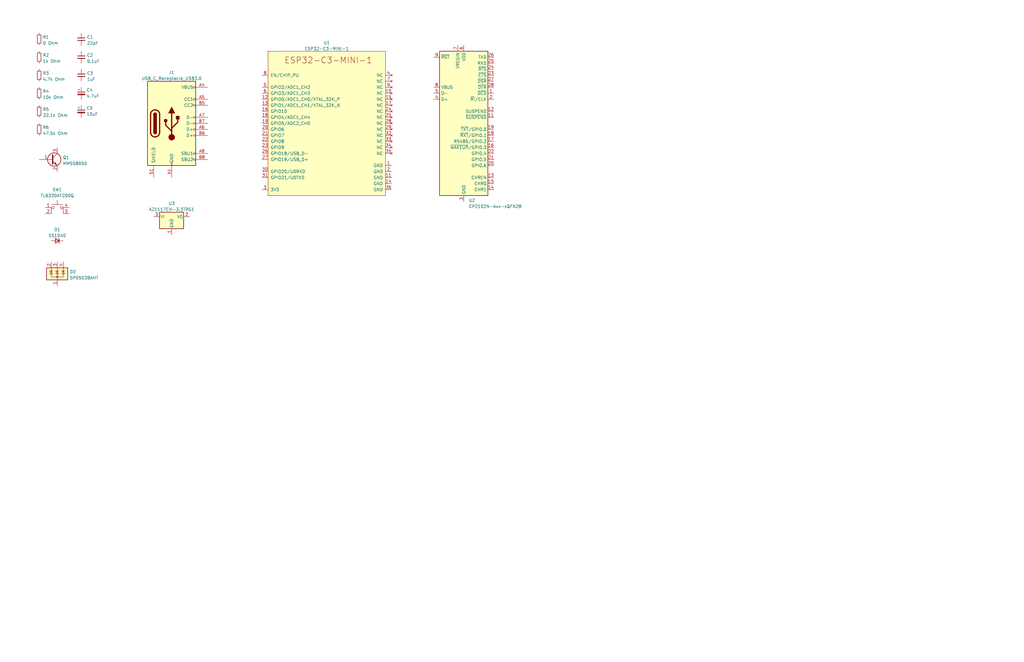
<source format=kicad_sch>
(kicad_sch (version 20211123) (generator eeschema)

  (uuid 8860ec13-bd84-49b6-a5f2-a075e9b54d0e)

  (paper "B")

  (lib_symbols
    (symbol "Connector:USB_C_Receptacle_USB2.0" (pin_names (offset 1.016)) (in_bom yes) (on_board yes)
      (property "Reference" "J" (id 0) (at -10.16 19.05 0)
        (effects (font (size 1.27 1.27)) (justify left))
      )
      (property "Value" "USB_C_Receptacle_USB2.0" (id 1) (at 19.05 19.05 0)
        (effects (font (size 1.27 1.27)) (justify right))
      )
      (property "Footprint" "" (id 2) (at 3.81 0 0)
        (effects (font (size 1.27 1.27)) hide)
      )
      (property "Datasheet" "https://www.usb.org/sites/default/files/documents/usb_type-c.zip" (id 3) (at 3.81 0 0)
        (effects (font (size 1.27 1.27)) hide)
      )
      (property "ki_keywords" "usb universal serial bus type-C USB2.0" (id 4) (at 0 0 0)
        (effects (font (size 1.27 1.27)) hide)
      )
      (property "ki_description" "USB 2.0-only Type-C Receptacle connector" (id 5) (at 0 0 0)
        (effects (font (size 1.27 1.27)) hide)
      )
      (property "ki_fp_filters" "USB*C*Receptacle*" (id 6) (at 0 0 0)
        (effects (font (size 1.27 1.27)) hide)
      )
      (symbol "USB_C_Receptacle_USB2.0_0_0"
        (rectangle (start -0.254 -17.78) (end 0.254 -16.764)
          (stroke (width 0) (type default) (color 0 0 0 0))
          (fill (type none))
        )
        (rectangle (start 10.16 -14.986) (end 9.144 -15.494)
          (stroke (width 0) (type default) (color 0 0 0 0))
          (fill (type none))
        )
        (rectangle (start 10.16 -12.446) (end 9.144 -12.954)
          (stroke (width 0) (type default) (color 0 0 0 0))
          (fill (type none))
        )
        (rectangle (start 10.16 -4.826) (end 9.144 -5.334)
          (stroke (width 0) (type default) (color 0 0 0 0))
          (fill (type none))
        )
        (rectangle (start 10.16 -2.286) (end 9.144 -2.794)
          (stroke (width 0) (type default) (color 0 0 0 0))
          (fill (type none))
        )
        (rectangle (start 10.16 0.254) (end 9.144 -0.254)
          (stroke (width 0) (type default) (color 0 0 0 0))
          (fill (type none))
        )
        (rectangle (start 10.16 2.794) (end 9.144 2.286)
          (stroke (width 0) (type default) (color 0 0 0 0))
          (fill (type none))
        )
        (rectangle (start 10.16 7.874) (end 9.144 7.366)
          (stroke (width 0) (type default) (color 0 0 0 0))
          (fill (type none))
        )
        (rectangle (start 10.16 10.414) (end 9.144 9.906)
          (stroke (width 0) (type default) (color 0 0 0 0))
          (fill (type none))
        )
        (rectangle (start 10.16 15.494) (end 9.144 14.986)
          (stroke (width 0) (type default) (color 0 0 0 0))
          (fill (type none))
        )
      )
      (symbol "USB_C_Receptacle_USB2.0_0_1"
        (rectangle (start -10.16 17.78) (end 10.16 -17.78)
          (stroke (width 0.254) (type default) (color 0 0 0 0))
          (fill (type background))
        )
        (arc (start -8.89 -3.81) (mid -6.985 -5.715) (end -5.08 -3.81)
          (stroke (width 0.508) (type default) (color 0 0 0 0))
          (fill (type none))
        )
        (arc (start -7.62 -3.81) (mid -6.985 -4.445) (end -6.35 -3.81)
          (stroke (width 0.254) (type default) (color 0 0 0 0))
          (fill (type none))
        )
        (arc (start -7.62 -3.81) (mid -6.985 -4.445) (end -6.35 -3.81)
          (stroke (width 0.254) (type default) (color 0 0 0 0))
          (fill (type outline))
        )
        (rectangle (start -7.62 -3.81) (end -6.35 3.81)
          (stroke (width 0.254) (type default) (color 0 0 0 0))
          (fill (type outline))
        )
        (arc (start -6.35 3.81) (mid -6.985 4.445) (end -7.62 3.81)
          (stroke (width 0.254) (type default) (color 0 0 0 0))
          (fill (type none))
        )
        (arc (start -6.35 3.81) (mid -6.985 4.445) (end -7.62 3.81)
          (stroke (width 0.254) (type default) (color 0 0 0 0))
          (fill (type outline))
        )
        (arc (start -5.08 3.81) (mid -6.985 5.715) (end -8.89 3.81)
          (stroke (width 0.508) (type default) (color 0 0 0 0))
          (fill (type none))
        )
        (circle (center -2.54 1.143) (radius 0.635)
          (stroke (width 0.254) (type default) (color 0 0 0 0))
          (fill (type outline))
        )
        (circle (center 0 -5.842) (radius 1.27)
          (stroke (width 0) (type default) (color 0 0 0 0))
          (fill (type outline))
        )
        (polyline
          (pts
            (xy -8.89 -3.81)
            (xy -8.89 3.81)
          )
          (stroke (width 0.508) (type default) (color 0 0 0 0))
          (fill (type none))
        )
        (polyline
          (pts
            (xy -5.08 3.81)
            (xy -5.08 -3.81)
          )
          (stroke (width 0.508) (type default) (color 0 0 0 0))
          (fill (type none))
        )
        (polyline
          (pts
            (xy 0 -5.842)
            (xy 0 4.318)
          )
          (stroke (width 0.508) (type default) (color 0 0 0 0))
          (fill (type none))
        )
        (polyline
          (pts
            (xy 0 -3.302)
            (xy -2.54 -0.762)
            (xy -2.54 0.508)
          )
          (stroke (width 0.508) (type default) (color 0 0 0 0))
          (fill (type none))
        )
        (polyline
          (pts
            (xy 0 -2.032)
            (xy 2.54 0.508)
            (xy 2.54 1.778)
          )
          (stroke (width 0.508) (type default) (color 0 0 0 0))
          (fill (type none))
        )
        (polyline
          (pts
            (xy -1.27 4.318)
            (xy 0 6.858)
            (xy 1.27 4.318)
            (xy -1.27 4.318)
          )
          (stroke (width 0.254) (type default) (color 0 0 0 0))
          (fill (type outline))
        )
        (rectangle (start 1.905 1.778) (end 3.175 3.048)
          (stroke (width 0.254) (type default) (color 0 0 0 0))
          (fill (type outline))
        )
      )
      (symbol "USB_C_Receptacle_USB2.0_1_1"
        (pin passive line (at 0 -22.86 90) (length 5.08)
          (name "GND" (effects (font (size 1.27 1.27))))
          (number "A1" (effects (font (size 1.27 1.27))))
        )
        (pin passive line (at 0 -22.86 90) (length 5.08) hide
          (name "GND" (effects (font (size 1.27 1.27))))
          (number "A12" (effects (font (size 1.27 1.27))))
        )
        (pin passive line (at 15.24 15.24 180) (length 5.08)
          (name "VBUS" (effects (font (size 1.27 1.27))))
          (number "A4" (effects (font (size 1.27 1.27))))
        )
        (pin bidirectional line (at 15.24 10.16 180) (length 5.08)
          (name "CC1" (effects (font (size 1.27 1.27))))
          (number "A5" (effects (font (size 1.27 1.27))))
        )
        (pin bidirectional line (at 15.24 -2.54 180) (length 5.08)
          (name "D+" (effects (font (size 1.27 1.27))))
          (number "A6" (effects (font (size 1.27 1.27))))
        )
        (pin bidirectional line (at 15.24 2.54 180) (length 5.08)
          (name "D-" (effects (font (size 1.27 1.27))))
          (number "A7" (effects (font (size 1.27 1.27))))
        )
        (pin bidirectional line (at 15.24 -12.7 180) (length 5.08)
          (name "SBU1" (effects (font (size 1.27 1.27))))
          (number "A8" (effects (font (size 1.27 1.27))))
        )
        (pin passive line (at 15.24 15.24 180) (length 5.08) hide
          (name "VBUS" (effects (font (size 1.27 1.27))))
          (number "A9" (effects (font (size 1.27 1.27))))
        )
        (pin passive line (at 0 -22.86 90) (length 5.08) hide
          (name "GND" (effects (font (size 1.27 1.27))))
          (number "B1" (effects (font (size 1.27 1.27))))
        )
        (pin passive line (at 0 -22.86 90) (length 5.08) hide
          (name "GND" (effects (font (size 1.27 1.27))))
          (number "B12" (effects (font (size 1.27 1.27))))
        )
        (pin passive line (at 15.24 15.24 180) (length 5.08) hide
          (name "VBUS" (effects (font (size 1.27 1.27))))
          (number "B4" (effects (font (size 1.27 1.27))))
        )
        (pin bidirectional line (at 15.24 7.62 180) (length 5.08)
          (name "CC2" (effects (font (size 1.27 1.27))))
          (number "B5" (effects (font (size 1.27 1.27))))
        )
        (pin bidirectional line (at 15.24 -5.08 180) (length 5.08)
          (name "D+" (effects (font (size 1.27 1.27))))
          (number "B6" (effects (font (size 1.27 1.27))))
        )
        (pin bidirectional line (at 15.24 0 180) (length 5.08)
          (name "D-" (effects (font (size 1.27 1.27))))
          (number "B7" (effects (font (size 1.27 1.27))))
        )
        (pin bidirectional line (at 15.24 -15.24 180) (length 5.08)
          (name "SBU2" (effects (font (size 1.27 1.27))))
          (number "B8" (effects (font (size 1.27 1.27))))
        )
        (pin passive line (at 15.24 15.24 180) (length 5.08) hide
          (name "VBUS" (effects (font (size 1.27 1.27))))
          (number "B9" (effects (font (size 1.27 1.27))))
        )
        (pin passive line (at -7.62 -22.86 90) (length 5.08)
          (name "SHIELD" (effects (font (size 1.27 1.27))))
          (number "S1" (effects (font (size 1.27 1.27))))
        )
      )
    )
    (symbol "Device:C_Polarized_Small" (pin_numbers hide) (pin_names (offset 0.254) hide) (in_bom yes) (on_board yes)
      (property "Reference" "C" (id 0) (at 0.254 1.778 0)
        (effects (font (size 1.27 1.27)) (justify left))
      )
      (property "Value" "C_Polarized_Small" (id 1) (at 0.254 -2.032 0)
        (effects (font (size 1.27 1.27)) (justify left))
      )
      (property "Footprint" "" (id 2) (at 0 0 0)
        (effects (font (size 1.27 1.27)) hide)
      )
      (property "Datasheet" "~" (id 3) (at 0 0 0)
        (effects (font (size 1.27 1.27)) hide)
      )
      (property "ki_keywords" "cap capacitor" (id 4) (at 0 0 0)
        (effects (font (size 1.27 1.27)) hide)
      )
      (property "ki_description" "Polarized capacitor, small symbol" (id 5) (at 0 0 0)
        (effects (font (size 1.27 1.27)) hide)
      )
      (property "ki_fp_filters" "CP_*" (id 6) (at 0 0 0)
        (effects (font (size 1.27 1.27)) hide)
      )
      (symbol "C_Polarized_Small_0_1"
        (rectangle (start -1.524 -0.3048) (end 1.524 -0.6858)
          (stroke (width 0) (type default) (color 0 0 0 0))
          (fill (type outline))
        )
        (rectangle (start -1.524 0.6858) (end 1.524 0.3048)
          (stroke (width 0) (type default) (color 0 0 0 0))
          (fill (type none))
        )
        (polyline
          (pts
            (xy -1.27 1.524)
            (xy -0.762 1.524)
          )
          (stroke (width 0) (type default) (color 0 0 0 0))
          (fill (type none))
        )
        (polyline
          (pts
            (xy -1.016 1.27)
            (xy -1.016 1.778)
          )
          (stroke (width 0) (type default) (color 0 0 0 0))
          (fill (type none))
        )
      )
      (symbol "C_Polarized_Small_1_1"
        (pin passive line (at 0 2.54 270) (length 1.8542)
          (name "~" (effects (font (size 1.27 1.27))))
          (number "1" (effects (font (size 1.27 1.27))))
        )
        (pin passive line (at 0 -2.54 90) (length 1.8542)
          (name "~" (effects (font (size 1.27 1.27))))
          (number "2" (effects (font (size 1.27 1.27))))
        )
      )
    )
    (symbol "Device:C_Small" (pin_numbers hide) (pin_names (offset 0.254) hide) (in_bom yes) (on_board yes)
      (property "Reference" "C" (id 0) (at 0.254 1.778 0)
        (effects (font (size 1.27 1.27)) (justify left))
      )
      (property "Value" "C_Small" (id 1) (at 0.254 -2.032 0)
        (effects (font (size 1.27 1.27)) (justify left))
      )
      (property "Footprint" "" (id 2) (at 0 0 0)
        (effects (font (size 1.27 1.27)) hide)
      )
      (property "Datasheet" "~" (id 3) (at 0 0 0)
        (effects (font (size 1.27 1.27)) hide)
      )
      (property "ki_keywords" "capacitor cap" (id 4) (at 0 0 0)
        (effects (font (size 1.27 1.27)) hide)
      )
      (property "ki_description" "Unpolarized capacitor, small symbol" (id 5) (at 0 0 0)
        (effects (font (size 1.27 1.27)) hide)
      )
      (property "ki_fp_filters" "C_*" (id 6) (at 0 0 0)
        (effects (font (size 1.27 1.27)) hide)
      )
      (symbol "C_Small_0_1"
        (polyline
          (pts
            (xy -1.524 -0.508)
            (xy 1.524 -0.508)
          )
          (stroke (width 0.3302) (type default) (color 0 0 0 0))
          (fill (type none))
        )
        (polyline
          (pts
            (xy -1.524 0.508)
            (xy 1.524 0.508)
          )
          (stroke (width 0.3048) (type default) (color 0 0 0 0))
          (fill (type none))
        )
      )
      (symbol "C_Small_1_1"
        (pin passive line (at 0 2.54 270) (length 2.032)
          (name "~" (effects (font (size 1.27 1.27))))
          (number "1" (effects (font (size 1.27 1.27))))
        )
        (pin passive line (at 0 -2.54 90) (length 2.032)
          (name "~" (effects (font (size 1.27 1.27))))
          (number "2" (effects (font (size 1.27 1.27))))
        )
      )
    )
    (symbol "Device:D_Small" (pin_numbers hide) (pin_names (offset 0.254) hide) (in_bom yes) (on_board yes)
      (property "Reference" "D" (id 0) (at -1.27 2.032 0)
        (effects (font (size 1.27 1.27)) (justify left))
      )
      (property "Value" "D_Small" (id 1) (at -3.81 -2.032 0)
        (effects (font (size 1.27 1.27)) (justify left))
      )
      (property "Footprint" "" (id 2) (at 0 0 90)
        (effects (font (size 1.27 1.27)) hide)
      )
      (property "Datasheet" "~" (id 3) (at 0 0 90)
        (effects (font (size 1.27 1.27)) hide)
      )
      (property "ki_keywords" "diode" (id 4) (at 0 0 0)
        (effects (font (size 1.27 1.27)) hide)
      )
      (property "ki_description" "Diode, small symbol" (id 5) (at 0 0 0)
        (effects (font (size 1.27 1.27)) hide)
      )
      (property "ki_fp_filters" "TO-???* *_Diode_* *SingleDiode* D_*" (id 6) (at 0 0 0)
        (effects (font (size 1.27 1.27)) hide)
      )
      (symbol "D_Small_0_1"
        (polyline
          (pts
            (xy -0.762 -1.016)
            (xy -0.762 1.016)
          )
          (stroke (width 0.254) (type default) (color 0 0 0 0))
          (fill (type none))
        )
        (polyline
          (pts
            (xy -0.762 0)
            (xy 0.762 0)
          )
          (stroke (width 0) (type default) (color 0 0 0 0))
          (fill (type none))
        )
        (polyline
          (pts
            (xy 0.762 -1.016)
            (xy -0.762 0)
            (xy 0.762 1.016)
            (xy 0.762 -1.016)
          )
          (stroke (width 0.254) (type default) (color 0 0 0 0))
          (fill (type none))
        )
      )
      (symbol "D_Small_1_1"
        (pin passive line (at -2.54 0 0) (length 1.778)
          (name "K" (effects (font (size 1.27 1.27))))
          (number "1" (effects (font (size 1.27 1.27))))
        )
        (pin passive line (at 2.54 0 180) (length 1.778)
          (name "A" (effects (font (size 1.27 1.27))))
          (number "2" (effects (font (size 1.27 1.27))))
        )
      )
    )
    (symbol "Device:Q_NPN_BEC" (pin_names (offset 0) hide) (in_bom yes) (on_board yes)
      (property "Reference" "Q" (id 0) (at 5.08 1.27 0)
        (effects (font (size 1.27 1.27)) (justify left))
      )
      (property "Value" "Q_NPN_BEC" (id 1) (at 5.08 -1.27 0)
        (effects (font (size 1.27 1.27)) (justify left))
      )
      (property "Footprint" "" (id 2) (at 5.08 2.54 0)
        (effects (font (size 1.27 1.27)) hide)
      )
      (property "Datasheet" "~" (id 3) (at 0 0 0)
        (effects (font (size 1.27 1.27)) hide)
      )
      (property "ki_keywords" "transistor NPN" (id 4) (at 0 0 0)
        (effects (font (size 1.27 1.27)) hide)
      )
      (property "ki_description" "NPN transistor, base/emitter/collector" (id 5) (at 0 0 0)
        (effects (font (size 1.27 1.27)) hide)
      )
      (symbol "Q_NPN_BEC_0_1"
        (polyline
          (pts
            (xy 0.635 0.635)
            (xy 2.54 2.54)
          )
          (stroke (width 0) (type default) (color 0 0 0 0))
          (fill (type none))
        )
        (polyline
          (pts
            (xy 0.635 -0.635)
            (xy 2.54 -2.54)
            (xy 2.54 -2.54)
          )
          (stroke (width 0) (type default) (color 0 0 0 0))
          (fill (type none))
        )
        (polyline
          (pts
            (xy 0.635 1.905)
            (xy 0.635 -1.905)
            (xy 0.635 -1.905)
          )
          (stroke (width 0.508) (type default) (color 0 0 0 0))
          (fill (type none))
        )
        (polyline
          (pts
            (xy 1.27 -1.778)
            (xy 1.778 -1.27)
            (xy 2.286 -2.286)
            (xy 1.27 -1.778)
            (xy 1.27 -1.778)
          )
          (stroke (width 0) (type default) (color 0 0 0 0))
          (fill (type outline))
        )
        (circle (center 1.27 0) (radius 2.8194)
          (stroke (width 0.254) (type default) (color 0 0 0 0))
          (fill (type none))
        )
      )
      (symbol "Q_NPN_BEC_1_1"
        (pin input line (at -5.08 0 0) (length 5.715)
          (name "B" (effects (font (size 1.27 1.27))))
          (number "1" (effects (font (size 1.27 1.27))))
        )
        (pin passive line (at 2.54 -5.08 90) (length 2.54)
          (name "E" (effects (font (size 1.27 1.27))))
          (number "2" (effects (font (size 1.27 1.27))))
        )
        (pin passive line (at 2.54 5.08 270) (length 2.54)
          (name "C" (effects (font (size 1.27 1.27))))
          (number "3" (effects (font (size 1.27 1.27))))
        )
      )
    )
    (symbol "Device:R_Small" (pin_numbers hide) (pin_names (offset 0.254) hide) (in_bom yes) (on_board yes)
      (property "Reference" "R" (id 0) (at 0.762 0.508 0)
        (effects (font (size 1.27 1.27)) (justify left))
      )
      (property "Value" "R_Small" (id 1) (at 0.762 -1.016 0)
        (effects (font (size 1.27 1.27)) (justify left))
      )
      (property "Footprint" "" (id 2) (at 0 0 0)
        (effects (font (size 1.27 1.27)) hide)
      )
      (property "Datasheet" "~" (id 3) (at 0 0 0)
        (effects (font (size 1.27 1.27)) hide)
      )
      (property "ki_keywords" "R resistor" (id 4) (at 0 0 0)
        (effects (font (size 1.27 1.27)) hide)
      )
      (property "ki_description" "Resistor, small symbol" (id 5) (at 0 0 0)
        (effects (font (size 1.27 1.27)) hide)
      )
      (property "ki_fp_filters" "R_*" (id 6) (at 0 0 0)
        (effects (font (size 1.27 1.27)) hide)
      )
      (symbol "R_Small_0_1"
        (rectangle (start -0.762 1.778) (end 0.762 -1.778)
          (stroke (width 0.2032) (type default) (color 0 0 0 0))
          (fill (type none))
        )
      )
      (symbol "R_Small_1_1"
        (pin passive line (at 0 2.54 270) (length 0.762)
          (name "~" (effects (font (size 1.27 1.27))))
          (number "1" (effects (font (size 1.27 1.27))))
        )
        (pin passive line (at 0 -2.54 90) (length 0.762)
          (name "~" (effects (font (size 1.27 1.27))))
          (number "2" (effects (font (size 1.27 1.27))))
        )
      )
    )
    (symbol "Espressif:ESP32-C3-MINI-1" (pin_names (offset 1.016)) (in_bom yes) (on_board yes)
      (property "Reference" "U" (id 0) (at 0 33.02 0)
        (effects (font (size 1.27 1.27)))
      )
      (property "Value" "ESP32-C3-MINI-1" (id 1) (at 0 -30.48 0)
        (effects (font (size 1.27 1.27)))
      )
      (property "Footprint" "Espressif:ESP32-C3-MINI-1" (id 2) (at 0 -33.02 0)
        (effects (font (size 1.27 1.27)) hide)
      )
      (property "Datasheet" "https://www.espressif.com/sites/default/files/documentation/esp32-c3-mini-1_datasheet_en.pdf" (id 3) (at -62.23 -33.02 0)
        (effects (font (size 1.27 1.27)) hide)
      )
      (property "ki_keywords" "esp32-c3" (id 4) (at 0 0 0)
        (effects (font (size 1.27 1.27)) hide)
      )
      (property "ki_description" "ESP32-C3-MINI-1 is a general-purpose Wi-Fi and Bluetooth LE module. This module features a rich set of peripherals and a small size, which makes it an ideal choice for smart home, industrial automation, health care, consumer electronics, etc" (id 5) (at 0 0 0)
        (effects (font (size 1.27 1.27)) hide)
      )
      (symbol "ESP32-C3-MINI-1_0_0"
        (text "ESP32-C3-MINI-1" (at 1.27 27.94 0)
          (effects (font (size 2.54 2.54)))
        )
      )
      (symbol "ESP32-C3-MINI-1_0_1"
        (rectangle (start -24.13 31.75) (end 25.4 -29.21)
          (stroke (width 0) (type default) (color 0 0 0 0))
          (fill (type background))
        )
      )
      (symbol "ESP32-C3-MINI-1_1_1"
        (pin power_in line (at 27.94 -16.51 180) (length 2.54)
          (name "GND" (effects (font (size 1.27 1.27))))
          (number "1" (effects (font (size 1.27 1.27))))
        )
        (pin no_connect line (at 27.94 13.97 180) (length 2.54)
          (name "NC" (effects (font (size 1.27 1.27))))
          (number "10" (effects (font (size 1.27 1.27))))
        )
        (pin power_in line (at 27.94 -21.59 180) (length 2.54)
          (name "GND" (effects (font (size 1.27 1.27))))
          (number "11" (effects (font (size 1.27 1.27))))
        )
        (pin bidirectional line (at -26.67 11.43 0) (length 2.54)
          (name "GPIO0/ADC1_CH0/XTAL_32K_P" (effects (font (size 1.27 1.27))))
          (number "12" (effects (font (size 1.27 1.27))))
        )
        (pin bidirectional line (at -26.67 8.89 0) (length 2.54)
          (name "GPIO1/ADC1_CH1/XTAL_32K_N" (effects (font (size 1.27 1.27))))
          (number "13" (effects (font (size 1.27 1.27))))
        )
        (pin power_in line (at 27.94 -24.13 180) (length 2.54)
          (name "GND" (effects (font (size 1.27 1.27))))
          (number "14" (effects (font (size 1.27 1.27))))
        )
        (pin no_connect line (at 27.94 11.43 180) (length 2.54)
          (name "NC" (effects (font (size 1.27 1.27))))
          (number "15" (effects (font (size 1.27 1.27))))
        )
        (pin bidirectional line (at -26.67 6.35 0) (length 2.54)
          (name "GPIO10" (effects (font (size 1.27 1.27))))
          (number "16" (effects (font (size 1.27 1.27))))
        )
        (pin no_connect line (at 27.94 8.89 180) (length 2.54)
          (name "NC" (effects (font (size 1.27 1.27))))
          (number "17" (effects (font (size 1.27 1.27))))
        )
        (pin bidirectional line (at -26.67 3.81 0) (length 2.54)
          (name "GPIO4/ADC1_CH4" (effects (font (size 1.27 1.27))))
          (number "18" (effects (font (size 1.27 1.27))))
        )
        (pin bidirectional line (at -26.67 1.27 0) (length 2.54)
          (name "GPIO5/ADC2_CH0" (effects (font (size 1.27 1.27))))
          (number "19" (effects (font (size 1.27 1.27))))
        )
        (pin power_in line (at 27.94 -19.05 180) (length 2.54)
          (name "GND" (effects (font (size 1.27 1.27))))
          (number "2" (effects (font (size 1.27 1.27))))
        )
        (pin bidirectional line (at -26.67 -1.27 0) (length 2.54)
          (name "GPIO6" (effects (font (size 1.27 1.27))))
          (number "20" (effects (font (size 1.27 1.27))))
        )
        (pin bidirectional line (at -26.67 -3.81 0) (length 2.54)
          (name "GPIO7" (effects (font (size 1.27 1.27))))
          (number "21" (effects (font (size 1.27 1.27))))
        )
        (pin bidirectional line (at -26.67 -6.35 0) (length 2.54)
          (name "GPIO8" (effects (font (size 1.27 1.27))))
          (number "22" (effects (font (size 1.27 1.27))))
        )
        (pin bidirectional line (at -26.67 -8.89 0) (length 2.54)
          (name "GPIO9" (effects (font (size 1.27 1.27))))
          (number "23" (effects (font (size 1.27 1.27))))
        )
        (pin no_connect line (at 27.94 6.35 180) (length 2.54)
          (name "NC" (effects (font (size 1.27 1.27))))
          (number "24" (effects (font (size 1.27 1.27))))
        )
        (pin no_connect line (at 27.94 3.81 180) (length 2.54)
          (name "NC" (effects (font (size 1.27 1.27))))
          (number "25" (effects (font (size 1.27 1.27))))
        )
        (pin bidirectional line (at -26.67 -11.43 0) (length 2.54)
          (name "GPIO18/USB_D-" (effects (font (size 1.27 1.27))))
          (number "26" (effects (font (size 1.27 1.27))))
        )
        (pin bidirectional line (at -26.67 -13.97 0) (length 2.54)
          (name "GPIO19/USB_D+" (effects (font (size 1.27 1.27))))
          (number "27" (effects (font (size 1.27 1.27))))
        )
        (pin no_connect line (at 27.94 1.27 180) (length 2.54)
          (name "NC" (effects (font (size 1.27 1.27))))
          (number "28" (effects (font (size 1.27 1.27))))
        )
        (pin no_connect line (at 27.94 -1.27 180) (length 2.54)
          (name "NC" (effects (font (size 1.27 1.27))))
          (number "29" (effects (font (size 1.27 1.27))))
        )
        (pin power_in line (at -26.67 -26.67 0) (length 2.54)
          (name "3V3" (effects (font (size 1.27 1.27))))
          (number "3" (effects (font (size 1.27 1.27))))
        )
        (pin bidirectional line (at -26.67 -19.05 0) (length 2.54)
          (name "GPIO20/U0RXD" (effects (font (size 1.27 1.27))))
          (number "30" (effects (font (size 1.27 1.27))))
        )
        (pin bidirectional line (at -26.67 -21.59 0) (length 2.54)
          (name "GPIO21/U0TXD" (effects (font (size 1.27 1.27))))
          (number "31" (effects (font (size 1.27 1.27))))
        )
        (pin no_connect line (at 27.94 -3.81 180) (length 2.54)
          (name "NC" (effects (font (size 1.27 1.27))))
          (number "32" (effects (font (size 1.27 1.27))))
        )
        (pin no_connect line (at 27.94 -6.35 180) (length 2.54)
          (name "NC" (effects (font (size 1.27 1.27))))
          (number "33" (effects (font (size 1.27 1.27))))
        )
        (pin no_connect line (at 27.94 -8.89 180) (length 2.54)
          (name "NC" (effects (font (size 1.27 1.27))))
          (number "34" (effects (font (size 1.27 1.27))))
        )
        (pin no_connect line (at 27.94 -11.43 180) (length 2.54)
          (name "NC" (effects (font (size 1.27 1.27))))
          (number "35" (effects (font (size 1.27 1.27))))
        )
        (pin power_in line (at 27.94 -26.67 180) (length 2.54)
          (name "GND" (effects (font (size 1.27 1.27))))
          (number "36" (effects (font (size 1.27 1.27))))
        )
        (pin no_connect line (at 27.94 21.59 180) (length 2.54)
          (name "NC" (effects (font (size 1.27 1.27))))
          (number "4" (effects (font (size 1.27 1.27))))
        )
        (pin bidirectional line (at -26.67 16.51 0) (length 2.54)
          (name "GPIO2/ADC1_CH2" (effects (font (size 1.27 1.27))))
          (number "5" (effects (font (size 1.27 1.27))))
        )
        (pin bidirectional line (at -26.67 13.97 0) (length 2.54)
          (name "GPIO3/ADC1_CH3" (effects (font (size 1.27 1.27))))
          (number "6" (effects (font (size 1.27 1.27))))
        )
        (pin no_connect line (at 27.94 19.05 180) (length 2.54)
          (name "NC" (effects (font (size 1.27 1.27))))
          (number "7" (effects (font (size 1.27 1.27))))
        )
        (pin input line (at -26.67 21.59 0) (length 2.54)
          (name "EN/CHIP_PU" (effects (font (size 1.27 1.27))))
          (number "8" (effects (font (size 1.27 1.27))))
        )
        (pin no_connect line (at 27.94 16.51 180) (length 2.54)
          (name "NC" (effects (font (size 1.27 1.27))))
          (number "9" (effects (font (size 1.27 1.27))))
        )
      )
    )
    (symbol "Interface_USB:CP2102N-Axx-xQFN28" (in_bom yes) (on_board yes)
      (property "Reference" "U" (id 0) (at -8.89 31.75 0)
        (effects (font (size 1.27 1.27)))
      )
      (property "Value" "CP2102N-Axx-xQFN28" (id 1) (at 12.7 31.75 0)
        (effects (font (size 1.27 1.27)))
      )
      (property "Footprint" "Package_DFN_QFN:QFN-28-1EP_5x5mm_P0.5mm_EP3.35x3.35mm" (id 2) (at 33.02 -31.75 0)
        (effects (font (size 1.27 1.27)) hide)
      )
      (property "Datasheet" "https://www.silabs.com/documents/public/data-sheets/cp2102n-datasheet.pdf" (id 3) (at 1.27 -19.05 0)
        (effects (font (size 1.27 1.27)) hide)
      )
      (property "ki_keywords" "USB UART bridge" (id 4) (at 0 0 0)
        (effects (font (size 1.27 1.27)) hide)
      )
      (property "ki_description" "USB to UART master bridge, QFN-28" (id 5) (at 0 0 0)
        (effects (font (size 1.27 1.27)) hide)
      )
      (property "ki_fp_filters" "QFN*1EP*5x5mm*P0.5mm*" (id 6) (at 0 0 0)
        (effects (font (size 1.27 1.27)) hide)
      )
      (symbol "CP2102N-Axx-xQFN28_0_1"
        (rectangle (start -10.16 30.48) (end 10.16 -30.48)
          (stroke (width 0.254) (type default) (color 0 0 0 0))
          (fill (type background))
        )
      )
      (symbol "CP2102N-Axx-xQFN28_1_1"
        (pin input line (at 12.7 12.7 180) (length 2.54)
          (name "~{DCD}" (effects (font (size 1.27 1.27))))
          (number "1" (effects (font (size 1.27 1.27))))
        )
        (pin no_connect line (at -10.16 -27.94 0) (length 2.54) hide
          (name "NC" (effects (font (size 1.27 1.27))))
          (number "10" (effects (font (size 1.27 1.27))))
        )
        (pin output line (at 12.7 2.54 180) (length 2.54)
          (name "~{SUSPEND}" (effects (font (size 1.27 1.27))))
          (number "11" (effects (font (size 1.27 1.27))))
        )
        (pin output line (at 12.7 5.08 180) (length 2.54)
          (name "SUSPEND" (effects (font (size 1.27 1.27))))
          (number "12" (effects (font (size 1.27 1.27))))
        )
        (pin output line (at 12.7 -22.86 180) (length 2.54)
          (name "CHREN" (effects (font (size 1.27 1.27))))
          (number "13" (effects (font (size 1.27 1.27))))
        )
        (pin output line (at 12.7 -27.94 180) (length 2.54)
          (name "CHR1" (effects (font (size 1.27 1.27))))
          (number "14" (effects (font (size 1.27 1.27))))
        )
        (pin output line (at 12.7 -25.4 180) (length 2.54)
          (name "CHR0" (effects (font (size 1.27 1.27))))
          (number "15" (effects (font (size 1.27 1.27))))
        )
        (pin bidirectional line (at 12.7 -10.16 180) (length 2.54)
          (name "~{WAKEUP}/GPIO.3" (effects (font (size 1.27 1.27))))
          (number "16" (effects (font (size 1.27 1.27))))
        )
        (pin bidirectional line (at 12.7 -7.62 180) (length 2.54)
          (name "RS485/GPIO.2" (effects (font (size 1.27 1.27))))
          (number "17" (effects (font (size 1.27 1.27))))
        )
        (pin bidirectional line (at 12.7 -5.08 180) (length 2.54)
          (name "~{RXT}/GPIO.1" (effects (font (size 1.27 1.27))))
          (number "18" (effects (font (size 1.27 1.27))))
        )
        (pin bidirectional line (at 12.7 -2.54 180) (length 2.54)
          (name "~{TXT}/GPIO.0" (effects (font (size 1.27 1.27))))
          (number "19" (effects (font (size 1.27 1.27))))
        )
        (pin bidirectional line (at 12.7 10.16 180) (length 2.54)
          (name "~{RI}/CLK" (effects (font (size 1.27 1.27))))
          (number "2" (effects (font (size 1.27 1.27))))
        )
        (pin bidirectional line (at 12.7 -17.78 180) (length 2.54)
          (name "GPIO.6" (effects (font (size 1.27 1.27))))
          (number "20" (effects (font (size 1.27 1.27))))
        )
        (pin bidirectional line (at 12.7 -15.24 180) (length 2.54)
          (name "GPIO.5" (effects (font (size 1.27 1.27))))
          (number "21" (effects (font (size 1.27 1.27))))
        )
        (pin bidirectional line (at 12.7 -12.7 180) (length 2.54)
          (name "GPIO.4" (effects (font (size 1.27 1.27))))
          (number "22" (effects (font (size 1.27 1.27))))
        )
        (pin input line (at 12.7 20.32 180) (length 2.54)
          (name "~{CTS}" (effects (font (size 1.27 1.27))))
          (number "23" (effects (font (size 1.27 1.27))))
        )
        (pin output line (at 12.7 22.86 180) (length 2.54)
          (name "~{RTS}" (effects (font (size 1.27 1.27))))
          (number "24" (effects (font (size 1.27 1.27))))
        )
        (pin input line (at 12.7 25.4 180) (length 2.54)
          (name "RXD" (effects (font (size 1.27 1.27))))
          (number "25" (effects (font (size 1.27 1.27))))
        )
        (pin output line (at 12.7 27.94 180) (length 2.54)
          (name "TXD" (effects (font (size 1.27 1.27))))
          (number "26" (effects (font (size 1.27 1.27))))
        )
        (pin input line (at 12.7 17.78 180) (length 2.54)
          (name "~{DSR}" (effects (font (size 1.27 1.27))))
          (number "27" (effects (font (size 1.27 1.27))))
        )
        (pin output line (at 12.7 15.24 180) (length 2.54)
          (name "~{DTR}" (effects (font (size 1.27 1.27))))
          (number "28" (effects (font (size 1.27 1.27))))
        )
        (pin passive line (at 0 -33.02 90) (length 2.54) hide
          (name "GND" (effects (font (size 1.27 1.27))))
          (number "29" (effects (font (size 1.27 1.27))))
        )
        (pin power_in line (at 0 -33.02 90) (length 2.54)
          (name "GND" (effects (font (size 1.27 1.27))))
          (number "3" (effects (font (size 1.27 1.27))))
        )
        (pin bidirectional line (at -12.7 10.16 0) (length 2.54)
          (name "D+" (effects (font (size 1.27 1.27))))
          (number "4" (effects (font (size 1.27 1.27))))
        )
        (pin bidirectional line (at -12.7 12.7 0) (length 2.54)
          (name "D-" (effects (font (size 1.27 1.27))))
          (number "5" (effects (font (size 1.27 1.27))))
        )
        (pin power_in line (at 0 33.02 270) (length 2.54)
          (name "VDD" (effects (font (size 1.27 1.27))))
          (number "6" (effects (font (size 1.27 1.27))))
        )
        (pin power_in line (at -2.54 33.02 270) (length 2.54)
          (name "VREGIN" (effects (font (size 1.27 1.27))))
          (number "7" (effects (font (size 1.27 1.27))))
        )
        (pin input line (at -12.7 15.24 0) (length 2.54)
          (name "VBUS" (effects (font (size 1.27 1.27))))
          (number "8" (effects (font (size 1.27 1.27))))
        )
        (pin input line (at -12.7 27.94 0) (length 2.54)
          (name "~{RST}" (effects (font (size 1.27 1.27))))
          (number "9" (effects (font (size 1.27 1.27))))
        )
      )
    )
    (symbol "Power_Protection:SP0503BAHT" (pin_names hide) (in_bom yes) (on_board yes)
      (property "Reference" "D" (id 0) (at 5.715 2.54 0)
        (effects (font (size 1.27 1.27)) (justify left))
      )
      (property "Value" "SP0503BAHT" (id 1) (at 5.715 0.635 0)
        (effects (font (size 1.27 1.27)) (justify left))
      )
      (property "Footprint" "Package_TO_SOT_SMD:SOT-143" (id 2) (at 5.715 -1.27 0)
        (effects (font (size 1.27 1.27)) (justify left) hide)
      )
      (property "Datasheet" "http://www.littelfuse.com/~/media/files/littelfuse/technical%20resources/documents/data%20sheets/sp05xxba.pdf" (id 3) (at 3.175 3.175 0)
        (effects (font (size 1.27 1.27)) hide)
      )
      (property "ki_keywords" "usb esd protection suppression transient" (id 4) (at 0 0 0)
        (effects (font (size 1.27 1.27)) hide)
      )
      (property "ki_description" "TVS Diode Array, 5.5V Standoff, 3 Channels, SOT-143 package" (id 5) (at 0 0 0)
        (effects (font (size 1.27 1.27)) hide)
      )
      (property "ki_fp_filters" "SOT?143*" (id 6) (at 0 0 0)
        (effects (font (size 1.27 1.27)) hide)
      )
      (symbol "SP0503BAHT_0_0"
        (pin passive line (at 0 -5.08 90) (length 2.54)
          (name "A" (effects (font (size 1.27 1.27))))
          (number "1" (effects (font (size 1.27 1.27))))
        )
      )
      (symbol "SP0503BAHT_0_1"
        (rectangle (start -4.445 2.54) (end 4.445 -2.54)
          (stroke (width 0.254) (type default) (color 0 0 0 0))
          (fill (type background))
        )
        (circle (center 0 -1.27) (radius 0.254)
          (stroke (width 0) (type default) (color 0 0 0 0))
          (fill (type outline))
        )
        (polyline
          (pts
            (xy -2.54 2.54)
            (xy -2.54 1.27)
          )
          (stroke (width 0) (type default) (color 0 0 0 0))
          (fill (type none))
        )
        (polyline
          (pts
            (xy 0 -1.27)
            (xy 0 -2.54)
          )
          (stroke (width 0) (type default) (color 0 0 0 0))
          (fill (type none))
        )
        (polyline
          (pts
            (xy 0 -1.27)
            (xy 0 1.27)
          )
          (stroke (width 0) (type default) (color 0 0 0 0))
          (fill (type none))
        )
        (polyline
          (pts
            (xy 0 2.54)
            (xy 0 1.27)
          )
          (stroke (width 0) (type default) (color 0 0 0 0))
          (fill (type none))
        )
        (polyline
          (pts
            (xy 0.635 1.27)
            (xy 0.762 1.27)
          )
          (stroke (width 0) (type default) (color 0 0 0 0))
          (fill (type none))
        )
        (polyline
          (pts
            (xy 2.54 2.54)
            (xy 2.54 1.27)
          )
          (stroke (width 0) (type default) (color 0 0 0 0))
          (fill (type none))
        )
        (polyline
          (pts
            (xy 0.635 1.27)
            (xy -0.762 1.27)
            (xy -0.762 1.016)
          )
          (stroke (width 0) (type default) (color 0 0 0 0))
          (fill (type none))
        )
        (polyline
          (pts
            (xy -3.302 1.016)
            (xy -3.302 1.27)
            (xy -1.905 1.27)
            (xy -1.778 1.27)
          )
          (stroke (width 0) (type default) (color 0 0 0 0))
          (fill (type none))
        )
        (polyline
          (pts
            (xy -2.54 1.27)
            (xy -2.54 -1.27)
            (xy 2.54 -1.27)
            (xy 2.54 1.27)
          )
          (stroke (width 0) (type default) (color 0 0 0 0))
          (fill (type none))
        )
        (polyline
          (pts
            (xy -2.54 1.27)
            (xy -1.905 0)
            (xy -3.175 0)
            (xy -2.54 1.27)
          )
          (stroke (width 0) (type default) (color 0 0 0 0))
          (fill (type none))
        )
        (polyline
          (pts
            (xy 0.635 0)
            (xy -0.635 0)
            (xy 0 1.27)
            (xy 0.635 0)
          )
          (stroke (width 0) (type default) (color 0 0 0 0))
          (fill (type none))
        )
        (polyline
          (pts
            (xy 1.778 1.016)
            (xy 1.778 1.27)
            (xy 3.175 1.27)
            (xy 3.302 1.27)
          )
          (stroke (width 0) (type default) (color 0 0 0 0))
          (fill (type none))
        )
        (polyline
          (pts
            (xy 2.54 1.27)
            (xy 1.905 0)
            (xy 3.175 0)
            (xy 2.54 1.27)
          )
          (stroke (width 0) (type default) (color 0 0 0 0))
          (fill (type none))
        )
      )
      (symbol "SP0503BAHT_1_1"
        (pin passive line (at -2.54 5.08 270) (length 2.54)
          (name "K" (effects (font (size 1.27 1.27))))
          (number "2" (effects (font (size 1.27 1.27))))
        )
        (pin passive line (at 0 5.08 270) (length 2.54)
          (name "K" (effects (font (size 1.27 1.27))))
          (number "3" (effects (font (size 1.27 1.27))))
        )
        (pin passive line (at 2.54 5.08 270) (length 2.54)
          (name "K" (effects (font (size 1.27 1.27))))
          (number "4" (effects (font (size 1.27 1.27))))
        )
      )
    )
    (symbol "Regulator_Linear:AZ1117-3.3" (pin_names (offset 0.254)) (in_bom yes) (on_board yes)
      (property "Reference" "U" (id 0) (at -3.81 3.175 0)
        (effects (font (size 1.27 1.27)))
      )
      (property "Value" "AZ1117-3.3" (id 1) (at 0 3.175 0)
        (effects (font (size 1.27 1.27)) (justify left))
      )
      (property "Footprint" "" (id 2) (at 0 6.35 0)
        (effects (font (size 1.27 1.27) italic) hide)
      )
      (property "Datasheet" "https://www.diodes.com/assets/Datasheets/AZ1117.pdf" (id 3) (at 0 0 0)
        (effects (font (size 1.27 1.27)) hide)
      )
      (property "ki_keywords" "Fixed Voltage Regulator 1A Positive LDO" (id 4) (at 0 0 0)
        (effects (font (size 1.27 1.27)) hide)
      )
      (property "ki_description" "1A 20V Fixed LDO Linear Regulator, 3.3V, SOT-89/SOT-223/TO-220/TO-252/TO-263" (id 5) (at 0 0 0)
        (effects (font (size 1.27 1.27)) hide)
      )
      (property "ki_fp_filters" "SOT?223* SOT?89* TO?220* TO?252* TO?263*" (id 6) (at 0 0 0)
        (effects (font (size 1.27 1.27)) hide)
      )
      (symbol "AZ1117-3.3_0_1"
        (rectangle (start -5.08 1.905) (end 5.08 -5.08)
          (stroke (width 0.254) (type default) (color 0 0 0 0))
          (fill (type background))
        )
      )
      (symbol "AZ1117-3.3_1_1"
        (pin power_in line (at 0 -7.62 90) (length 2.54)
          (name "GND" (effects (font (size 1.27 1.27))))
          (number "1" (effects (font (size 1.27 1.27))))
        )
        (pin power_out line (at 7.62 0 180) (length 2.54)
          (name "VO" (effects (font (size 1.27 1.27))))
          (number "2" (effects (font (size 1.27 1.27))))
        )
        (pin power_in line (at -7.62 0 0) (length 2.54)
          (name "VI" (effects (font (size 1.27 1.27))))
          (number "3" (effects (font (size 1.27 1.27))))
        )
      )
    )
    (symbol "Switch:SW_MEC_5E" (pin_names (offset 1.016) hide) (in_bom yes) (on_board yes)
      (property "Reference" "SW" (id 0) (at 0.635 5.715 0)
        (effects (font (size 1.27 1.27)) (justify left))
      )
      (property "Value" "SW_MEC_5E" (id 1) (at 0 -3.175 0)
        (effects (font (size 1.27 1.27)))
      )
      (property "Footprint" "" (id 2) (at 0 7.62 0)
        (effects (font (size 1.27 1.27)) hide)
      )
      (property "Datasheet" "http://www.apem.com/int/index.php?controller=attachment&id_attachment=1371" (id 3) (at 0 7.62 0)
        (effects (font (size 1.27 1.27)) hide)
      )
      (property "ki_keywords" "switch normally-open pushbutton push-button" (id 4) (at 0 0 0)
        (effects (font (size 1.27 1.27)) hide)
      )
      (property "ki_description" "MEC 5E single pole normally-open tactile switch" (id 5) (at 0 0 0)
        (effects (font (size 1.27 1.27)) hide)
      )
      (property "ki_fp_filters" "SW*MEC*5G*" (id 6) (at 0 0 0)
        (effects (font (size 1.27 1.27)) hide)
      )
      (symbol "SW_MEC_5E_0_1"
        (circle (center -1.778 2.54) (radius 0.508)
          (stroke (width 0) (type default) (color 0 0 0 0))
          (fill (type none))
        )
        (polyline
          (pts
            (xy -2.286 3.81)
            (xy 2.286 3.81)
          )
          (stroke (width 0) (type default) (color 0 0 0 0))
          (fill (type none))
        )
        (polyline
          (pts
            (xy 0 3.81)
            (xy 0 5.588)
          )
          (stroke (width 0) (type default) (color 0 0 0 0))
          (fill (type none))
        )
        (polyline
          (pts
            (xy -2.54 0)
            (xy -2.54 2.54)
            (xy -2.286 2.54)
          )
          (stroke (width 0) (type default) (color 0 0 0 0))
          (fill (type none))
        )
        (polyline
          (pts
            (xy 2.54 0)
            (xy 2.54 2.54)
            (xy 2.286 2.54)
          )
          (stroke (width 0) (type default) (color 0 0 0 0))
          (fill (type none))
        )
        (circle (center 1.778 2.54) (radius 0.508)
          (stroke (width 0) (type default) (color 0 0 0 0))
          (fill (type none))
        )
        (pin passive line (at -5.08 2.54 0) (length 2.54)
          (name "1" (effects (font (size 1.27 1.27))))
          (number "1" (effects (font (size 1.27 1.27))))
        )
        (pin passive line (at -5.08 0 0) (length 2.54)
          (name "2" (effects (font (size 1.27 1.27))))
          (number "2" (effects (font (size 1.27 1.27))))
        )
        (pin passive line (at 5.08 0 180) (length 2.54)
          (name "K" (effects (font (size 1.27 1.27))))
          (number "3" (effects (font (size 1.27 1.27))))
        )
        (pin passive line (at 5.08 2.54 180) (length 2.54)
          (name "A" (effects (font (size 1.27 1.27))))
          (number "4" (effects (font (size 1.27 1.27))))
        )
      )
    )
  )


  (symbol (lib_id "Power_Protection:SP0503BAHT") (at 24.13 115.57 0) (unit 1)
    (in_bom yes) (on_board yes) (fields_autoplaced)
    (uuid 080e64ba-2045-460b-bde1-b4887f9a1a71)
    (property "Reference" "D2" (id 0) (at 29.337 114.7353 0)
      (effects (font (size 1.27 1.27)) (justify left))
    )
    (property "Value" "SP0503BAHT" (id 1) (at 29.337 117.2722 0)
      (effects (font (size 1.27 1.27)) (justify left))
    )
    (property "Footprint" "Package_TO_SOT_SMD:SOT-143" (id 2) (at 29.845 116.84 0)
      (effects (font (size 1.27 1.27)) (justify left) hide)
    )
    (property "Datasheet" "http://www.littelfuse.com/~/media/files/littelfuse/technical%20resources/documents/data%20sheets/sp05xxba.pdf" (id 3) (at 27.305 112.395 0)
      (effects (font (size 1.27 1.27)) hide)
    )
    (pin "1" (uuid 9d965f3e-8f0a-4137-8890-84e7b4c2fcee))
    (pin "2" (uuid 6ae5690c-87df-426d-8f69-a659fc007f31))
    (pin "3" (uuid 85df2848-ccd5-41da-818d-ebbfe3459306))
    (pin "4" (uuid 5bf88918-cce4-4ccc-9ae9-444136233d63))
  )

  (symbol (lib_id "Espressif:ESP32-C3-MINI-1") (at 137.16 53.34 0) (unit 1)
    (in_bom yes) (on_board yes) (fields_autoplaced)
    (uuid 12a51c26-93b3-41bc-bb49-e5216b6c5a59)
    (property "Reference" "U1" (id 0) (at 137.795 18.0172 0))
    (property "Value" "ESP32-C3-MINI-1" (id 1) (at 137.795 20.5541 0))
    (property "Footprint" "Espressif:ESP32-C3-MINI-1" (id 2) (at 137.16 86.36 0)
      (effects (font (size 1.27 1.27)) hide)
    )
    (property "Datasheet" "https://www.espressif.com/sites/default/files/documentation/esp32-c3-mini-1_datasheet_en.pdf" (id 3) (at 74.93 86.36 0)
      (effects (font (size 1.27 1.27)) hide)
    )
    (pin "1" (uuid 7fd00b77-a139-48d6-af6e-af3c5a5b3269))
    (pin "10" (uuid 3b8ad1cc-5a9f-4465-ba54-3e9b5f4e0c3b))
    (pin "11" (uuid 0a64367a-3382-4594-a2a5-5bba0dfa853c))
    (pin "12" (uuid e75ed5d2-ecde-4e1e-b10a-c4deea9c14ff))
    (pin "13" (uuid 6fc32272-05ab-4d40-9f7c-e803892587c5))
    (pin "14" (uuid d649826a-05d1-4eee-943c-e1b1d5b8b3b9))
    (pin "15" (uuid 34b50c1a-8307-456c-8e2c-9c51fc7fb0b6))
    (pin "16" (uuid e1d33150-fa47-4824-bb5a-6dc229e21219))
    (pin "17" (uuid 208ebcb8-c547-4399-8863-7fec4ea712ec))
    (pin "18" (uuid d2dbb60e-dd1f-4575-af36-3338e9b56660))
    (pin "19" (uuid 972d0c1e-3530-47cf-840f-a7ef453dd364))
    (pin "2" (uuid ab9bc101-6b8c-4166-ad37-97b91ee63ab0))
    (pin "20" (uuid ab8901fc-c3ae-4225-8101-eee84e76c6c5))
    (pin "21" (uuid 9ffb5886-712f-4791-9d91-5f06707683a6))
    (pin "22" (uuid ae3eccd5-5e22-4ce4-a5bd-f53189107e56))
    (pin "23" (uuid cdc6499b-3f4b-4313-a829-c7fe978f8c54))
    (pin "24" (uuid 6b02afe4-9677-42de-8fe4-61e97dff4c66))
    (pin "25" (uuid c09fc294-3dbf-4b02-9815-3daadcb9c9d7))
    (pin "26" (uuid a6df9497-610d-4494-a4c0-78b5fe24ec68))
    (pin "27" (uuid c2feba58-94f8-4632-81fe-36e3891310cb))
    (pin "28" (uuid 9abe7d02-fdbf-4450-9f1a-0b6d9842e7c6))
    (pin "29" (uuid a741a536-e891-4a5f-a3b1-6d1da3db81bf))
    (pin "3" (uuid 2310c1ca-18e4-48e1-a078-ffb1ee79ca6f))
    (pin "30" (uuid 4b255d68-bcf2-4e91-b1b3-316151edb3eb))
    (pin "31" (uuid 48d78cec-edc2-4446-a335-e1997dbe34a5))
    (pin "32" (uuid eafea591-5f1a-4d14-9ffd-f31479ef87a7))
    (pin "33" (uuid 94fca63b-6bc0-463d-ba0f-1970e301ac26))
    (pin "34" (uuid fcf07a7f-be8c-4a9c-861a-644b31f2919d))
    (pin "35" (uuid 7053ca51-91ad-4c1a-9979-e1f97f91ee6e))
    (pin "36" (uuid 1444b63c-6876-4558-8fe1-5ca8364b11ad))
    (pin "4" (uuid 0af524a0-7bf9-434d-9420-3c91131a15f4))
    (pin "5" (uuid a519ab08-6057-48d5-b172-a0b0146ba6a8))
    (pin "6" (uuid 1f5afff1-584d-4fa8-af2e-7c141bb5ef4a))
    (pin "7" (uuid 546ffe9b-a906-49c2-8c52-17c943b8af15))
    (pin "8" (uuid 8818c1d5-7460-4433-91c5-6e30f235d457))
    (pin "9" (uuid 06316c2a-46fc-404c-863f-13046ddc56bb))
  )

  (symbol (lib_id "Device:D_Small") (at 24.13 101.6 180) (unit 1)
    (in_bom yes) (on_board yes) (fields_autoplaced)
    (uuid 1e66ccbe-11e0-457c-b001-8f6d9b2a5d25)
    (property "Reference" "D1" (id 0) (at 24.13 96.8842 0))
    (property "Value" "SS1040" (id 1) (at 24.13 99.4211 0))
    (property "Footprint" "Diode_SMD:D_SOD-123" (id 2) (at 24.13 101.6 90)
      (effects (font (size 1.27 1.27)) hide)
    )
    (property "Datasheet" "~" (id 3) (at 24.13 101.6 90)
      (effects (font (size 1.27 1.27)) hide)
    )
    (pin "1" (uuid 68342fad-bd54-4286-a1a1-4a6220fefb05))
    (pin "2" (uuid cf966489-527b-4427-8670-3ceb431b6c64))
  )

  (symbol (lib_id "Switch:SW_MEC_5E") (at 24.13 90.17 0) (unit 1)
    (in_bom yes) (on_board yes)
    (uuid 2e433894-d16a-439c-a1c1-4e8c297dde9e)
    (property "Reference" "SW1" (id 0) (at 24.13 80.01 0))
    (property "Value" "TL6330AF200Q" (id 1) (at 24.13 82.55 0))
    (property "Footprint" "Button_Switch_SMD:SW_Push_1P1T_NO_CK_KMR2" (id 2) (at 24.13 82.55 0)
      (effects (font (size 1.27 1.27)) hide)
    )
    (property "Datasheet" "http://www.apem.com/int/index.php?controller=attachment&id_attachment=1371" (id 3) (at 24.13 82.55 0)
      (effects (font (size 1.27 1.27)) hide)
    )
    (pin "1" (uuid 46645bba-6d61-4ce0-82b2-7421f511f9d6))
    (pin "2" (uuid 2d9b02ad-1e6e-41d4-963f-bed0ecf3b58c))
    (pin "3" (uuid d41a0100-7325-4f4a-8e14-b95afc30d7da))
    (pin "4" (uuid ce7a0553-303d-4da3-aeb9-63bd65d9a231))
  )

  (symbol (lib_id "Device:C_Small") (at 34.29 24.13 0) (unit 1)
    (in_bom yes) (on_board yes) (fields_autoplaced)
    (uuid 2fe4f55c-a4e3-4c5e-934e-69e2ed0de09b)
    (property "Reference" "C2" (id 0) (at 36.6141 23.3016 0)
      (effects (font (size 1.27 1.27)) (justify left))
    )
    (property "Value" "0.1uF" (id 1) (at 36.6141 25.8385 0)
      (effects (font (size 1.27 1.27)) (justify left))
    )
    (property "Footprint" "Capacitor_SMD:C_0603_1608Metric" (id 2) (at 34.29 24.13 0)
      (effects (font (size 1.27 1.27)) hide)
    )
    (property "Datasheet" "~" (id 3) (at 34.29 24.13 0)
      (effects (font (size 1.27 1.27)) hide)
    )
    (pin "1" (uuid e30cd7a4-7e7a-415a-a708-482402960aef))
    (pin "2" (uuid 03735a5d-56b1-411e-9bc4-e9bb5f4ba36a))
  )

  (symbol (lib_id "Device:C_Small") (at 34.29 16.51 0) (unit 1)
    (in_bom yes) (on_board yes) (fields_autoplaced)
    (uuid 33bee0b5-a71c-4c41-959b-4bf4e09505c2)
    (property "Reference" "C1" (id 0) (at 36.6141 15.6816 0)
      (effects (font (size 1.27 1.27)) (justify left))
    )
    (property "Value" "22pF" (id 1) (at 36.6141 18.2185 0)
      (effects (font (size 1.27 1.27)) (justify left))
    )
    (property "Footprint" "Capacitor_SMD:C_0603_1608Metric" (id 2) (at 34.29 16.51 0)
      (effects (font (size 1.27 1.27)) hide)
    )
    (property "Datasheet" "~" (id 3) (at 34.29 16.51 0)
      (effects (font (size 1.27 1.27)) hide)
    )
    (pin "1" (uuid c5af3c33-4ef6-4a59-93f7-91733ea378f2))
    (pin "2" (uuid 647737e9-7841-4d9c-9a79-5dae697ee7de))
  )

  (symbol (lib_id "Interface_USB:CP2102N-Axx-xQFN28") (at 195.58 52.07 0) (unit 1)
    (in_bom yes) (on_board yes) (fields_autoplaced)
    (uuid 63a3eb8a-ec62-4291-8c0b-abc0440a18e6)
    (property "Reference" "U2" (id 0) (at 197.5994 84.5804 0)
      (effects (font (size 1.27 1.27)) (justify left))
    )
    (property "Value" "CP2102N-Axx-xQFN28" (id 1) (at 197.5994 87.1173 0)
      (effects (font (size 1.27 1.27)) (justify left))
    )
    (property "Footprint" "Package_DFN_QFN:QFN-28-1EP_5x5mm_P0.5mm_EP3.35x3.35mm" (id 2) (at 228.6 83.82 0)
      (effects (font (size 1.27 1.27)) hide)
    )
    (property "Datasheet" "https://www.silabs.com/documents/public/data-sheets/cp2102n-datasheet.pdf" (id 3) (at 196.85 71.12 0)
      (effects (font (size 1.27 1.27)) hide)
    )
    (pin "1" (uuid d833cfba-f249-4e5b-8859-9ad1927eddee))
    (pin "10" (uuid 5984cfbe-8938-4344-9833-e0dc26b7aa42))
    (pin "11" (uuid a4abff02-175a-4bda-87de-e08c5d1946ea))
    (pin "12" (uuid 29571eee-6abd-43a0-b604-95abc73af762))
    (pin "13" (uuid 54384e86-2b3c-4963-91bd-e5a37a67337a))
    (pin "14" (uuid 357f0b23-4456-46ae-8272-a014b41d7740))
    (pin "15" (uuid 5ff75942-d4c3-4fe7-9335-8d6c54c54921))
    (pin "16" (uuid 40c5c64b-2993-4034-8f51-c2642062e077))
    (pin "17" (uuid 23c0bfc5-58af-40c7-9565-7579d3a4e373))
    (pin "18" (uuid 4aceb07e-58ed-484e-805e-3ca5d5333274))
    (pin "19" (uuid 3556d7c8-f007-4e08-ab49-abaee90473a2))
    (pin "2" (uuid 872699cb-c765-4caf-afa2-ffd52d4a3f7e))
    (pin "20" (uuid 9946d854-01f2-41d0-8b66-2680c4ed81e2))
    (pin "21" (uuid 4c9d02a0-00d7-487d-8bf4-d04df9f21ded))
    (pin "22" (uuid 2c661564-35f0-4df1-a0d0-6b02e9fa91a6))
    (pin "23" (uuid a24a694d-0999-477f-b5a9-6dc7c86ee6ae))
    (pin "24" (uuid 5187f4fc-7fdd-4230-89dc-88a80376bd89))
    (pin "25" (uuid 847a5a64-d22d-4347-ad03-0beec44ad9e4))
    (pin "26" (uuid 14a8add1-d030-42e3-b18c-c7b9492ee689))
    (pin "27" (uuid f62943aa-c3a5-4ef1-8370-b35147e5b0ca))
    (pin "28" (uuid a38080bd-d0b6-4ebf-8742-f1c862d47809))
    (pin "29" (uuid 1a8d3479-51d3-46e8-9dc6-39f9014a0a4c))
    (pin "3" (uuid 0e4fba71-c958-4a13-bcfa-2c480a4532f3))
    (pin "4" (uuid b0a8b45e-d72b-4c03-8851-2e742be82fc1))
    (pin "5" (uuid 7db1ae3d-2c0f-4547-aa54-9f8a83a845ab))
    (pin "6" (uuid 5c37efe7-1e03-4356-b5b2-1039b8c2e418))
    (pin "7" (uuid bdb9f265-c4cd-4d6e-b0b2-63d61b925bc7))
    (pin "8" (uuid 1e8abb7a-7f82-410e-8b69-b9f6c2c2f27f))
    (pin "9" (uuid 9eecdf49-0ae9-4a27-83b9-f49fa8224b0f))
  )

  (symbol (lib_id "Device:R_Small") (at 16.51 31.75 0) (unit 1)
    (in_bom yes) (on_board yes) (fields_autoplaced)
    (uuid 7269f39c-80d5-4ee2-be23-e27ac4df66a7)
    (property "Reference" "R3" (id 0) (at 18.0086 30.9153 0)
      (effects (font (size 1.27 1.27)) (justify left))
    )
    (property "Value" "4.7k Ohm" (id 1) (at 18.0086 33.4522 0)
      (effects (font (size 1.27 1.27)) (justify left))
    )
    (property "Footprint" "Resistor_SMD:R_0603_1608Metric" (id 2) (at 16.51 31.75 0)
      (effects (font (size 1.27 1.27)) hide)
    )
    (property "Datasheet" "~" (id 3) (at 16.51 31.75 0)
      (effects (font (size 1.27 1.27)) hide)
    )
    (pin "1" (uuid 7b435f18-3e3f-49e7-af41-4fbec06be75e))
    (pin "2" (uuid 61f3e2c5-b778-4c35-8254-6e54cdf1421c))
  )

  (symbol (lib_id "Device:Q_NPN_BEC") (at 21.59 67.31 0) (unit 1)
    (in_bom yes) (on_board yes) (fields_autoplaced)
    (uuid 72d3d506-7d0a-4d74-bdbe-5e6ff0da2b7e)
    (property "Reference" "Q1" (id 0) (at 26.4414 66.4753 0)
      (effects (font (size 1.27 1.27)) (justify left))
    )
    (property "Value" "MMSS8050" (id 1) (at 26.4414 69.0122 0)
      (effects (font (size 1.27 1.27)) (justify left))
    )
    (property "Footprint" "Package_TO_SOT_SMD:SOT-23" (id 2) (at 26.67 64.77 0)
      (effects (font (size 1.27 1.27)) hide)
    )
    (property "Datasheet" "~" (id 3) (at 21.59 67.31 0)
      (effects (font (size 1.27 1.27)) hide)
    )
    (pin "1" (uuid a27c1af3-30b3-429f-95f7-21652bda5c19))
    (pin "2" (uuid 96a921f4-5434-48e2-b60d-0d155e539b5e))
    (pin "3" (uuid ba15e87c-baae-4deb-9f62-749b6e862672))
  )

  (symbol (lib_id "Connector:USB_C_Receptacle_USB2.0") (at 72.39 52.07 0) (unit 1)
    (in_bom yes) (on_board yes) (fields_autoplaced)
    (uuid 74dd7708-7e12-46e2-ba78-8592b85c6531)
    (property "Reference" "J1" (id 0) (at 72.39 30.5902 0))
    (property "Value" "USB_C_Receptacle_USB2.0" (id 1) (at 72.39 33.1271 0))
    (property "Footprint" "Connector_USB:USB_C_Receptacle_HRO_TYPE-C-31-M-12" (id 2) (at 76.2 52.07 0)
      (effects (font (size 1.27 1.27)) hide)
    )
    (property "Datasheet" "https://www.usb.org/sites/default/files/documents/usb_type-c.zip" (id 3) (at 76.2 52.07 0)
      (effects (font (size 1.27 1.27)) hide)
    )
    (pin "A1" (uuid abc0099d-2086-4d2c-8fde-5d66012eb75d))
    (pin "A12" (uuid b1b1b492-ac4b-4d83-a0cd-086f38f45089))
    (pin "A4" (uuid 0b3d7755-04cd-47da-adac-8a5148cfc0d0))
    (pin "A5" (uuid 61bf65a8-16b5-4339-a4ec-cafeb32e025c))
    (pin "A6" (uuid 7a78db78-640a-4307-ab45-893a04238059))
    (pin "A7" (uuid e0ef08a0-de93-4fa1-b72c-d207c0fbe0be))
    (pin "A8" (uuid e03a49c6-e838-4f92-8f2e-2a429518790e))
    (pin "A9" (uuid 3959b59b-4c82-4ae8-94cb-ebadcf230424))
    (pin "B1" (uuid bc8d2ef5-65e0-42a9-abf8-bc58b4cc21ad))
    (pin "B12" (uuid 9d5329b3-3752-47f5-890b-4c98616ae065))
    (pin "B4" (uuid 2470da48-551f-47fc-b905-6fefd3b67672))
    (pin "B5" (uuid f002024a-8213-4331-9379-3443ffd1ca56))
    (pin "B6" (uuid b37bb74d-d94e-4c22-ae42-11387f47d9db))
    (pin "B7" (uuid ac9c8579-575a-472e-a74a-4e8ecb1517c8))
    (pin "B8" (uuid e7f30164-4625-4267-8885-6876dedb6de2))
    (pin "B9" (uuid 63bf05a0-3652-4a9b-962d-e435c0063949))
    (pin "S1" (uuid 35c8a203-53dc-44cf-b05c-49f186858323))
  )

  (symbol (lib_id "Regulator_Linear:AZ1117-3.3") (at 72.39 91.44 0) (unit 1)
    (in_bom yes) (on_board yes) (fields_autoplaced)
    (uuid 7d0939b6-d7ee-49d6-a8bc-30dce9d086d5)
    (property "Reference" "U3" (id 0) (at 72.39 85.8352 0))
    (property "Value" "AZ1117CH-3.3TRG1" (id 1) (at 72.39 88.3721 0))
    (property "Footprint" "Package_TO_SOT_SMD:SOT-223-3_TabPin2" (id 2) (at 72.39 85.09 0)
      (effects (font (size 1.27 1.27) italic) hide)
    )
    (property "Datasheet" "https://www.diodes.com/assets/Datasheets/AZ1117.pdf" (id 3) (at 72.39 91.44 0)
      (effects (font (size 1.27 1.27)) hide)
    )
    (pin "1" (uuid bd8949da-b968-4828-bc0b-49c3585017b7))
    (pin "2" (uuid 36c1ba81-e057-4666-8961-2eae7902eadb))
    (pin "3" (uuid 9bd8af83-2693-4776-9c66-9d2ecfd98514))
  )

  (symbol (lib_id "Device:C_Polarized_Small") (at 34.29 39.37 0) (unit 1)
    (in_bom yes) (on_board yes) (fields_autoplaced)
    (uuid 8074e906-1cb4-4b27-85fd-fd267561499c)
    (property "Reference" "C4" (id 0) (at 36.449 37.9892 0)
      (effects (font (size 1.27 1.27)) (justify left))
    )
    (property "Value" "4.7uF" (id 1) (at 36.449 40.5261 0)
      (effects (font (size 1.27 1.27)) (justify left))
    )
    (property "Footprint" "Capacitor_Tantalum_SMD:CP_EIA-3216-18_Kemet-A" (id 2) (at 34.29 39.37 0)
      (effects (font (size 1.27 1.27)) hide)
    )
    (property "Datasheet" "~" (id 3) (at 34.29 39.37 0)
      (effects (font (size 1.27 1.27)) hide)
    )
    (pin "1" (uuid e6832f1b-c363-460b-9d4f-7296e3c3dd29))
    (pin "2" (uuid dcc76905-7159-44e0-9848-b6bc6bcfea9b))
  )

  (symbol (lib_id "Device:R_Small") (at 16.51 16.51 0) (unit 1)
    (in_bom yes) (on_board yes) (fields_autoplaced)
    (uuid 8079c78d-83b0-4524-ac49-6250d4a1befc)
    (property "Reference" "R1" (id 0) (at 18.0086 15.6753 0)
      (effects (font (size 1.27 1.27)) (justify left))
    )
    (property "Value" "0 Ohm" (id 1) (at 18.0086 18.2122 0)
      (effects (font (size 1.27 1.27)) (justify left))
    )
    (property "Footprint" "Resistor_SMD:R_0603_1608Metric" (id 2) (at 16.51 16.51 0)
      (effects (font (size 1.27 1.27)) hide)
    )
    (property "Datasheet" "~" (id 3) (at 16.51 16.51 0)
      (effects (font (size 1.27 1.27)) hide)
    )
    (pin "1" (uuid b1d98739-b24f-45bd-8260-61789dfa6500))
    (pin "2" (uuid 5331f4ca-2b32-4128-a7ad-f96421af9f4c))
  )

  (symbol (lib_id "Device:R_Small") (at 16.51 46.99 0) (unit 1)
    (in_bom yes) (on_board yes) (fields_autoplaced)
    (uuid 83f88607-14b1-4eb7-9c7f-fbfe9510068b)
    (property "Reference" "R5" (id 0) (at 18.0086 46.1553 0)
      (effects (font (size 1.27 1.27)) (justify left))
    )
    (property "Value" "22.1k Ohm" (id 1) (at 18.0086 48.6922 0)
      (effects (font (size 1.27 1.27)) (justify left))
    )
    (property "Footprint" "Resistor_SMD:R_0603_1608Metric" (id 2) (at 16.51 46.99 0)
      (effects (font (size 1.27 1.27)) hide)
    )
    (property "Datasheet" "~" (id 3) (at 16.51 46.99 0)
      (effects (font (size 1.27 1.27)) hide)
    )
    (pin "1" (uuid ed7eb878-600f-47e4-afc6-97fd7e3123a8))
    (pin "2" (uuid f3748fe3-08d2-4bd5-a81e-59186eb4ebea))
  )

  (symbol (lib_id "Device:R_Small") (at 16.51 24.13 0) (unit 1)
    (in_bom yes) (on_board yes) (fields_autoplaced)
    (uuid 92cacf32-b951-46fa-bbb9-4c978e78153e)
    (property "Reference" "R2" (id 0) (at 18.0086 23.2953 0)
      (effects (font (size 1.27 1.27)) (justify left))
    )
    (property "Value" "1k Ohm" (id 1) (at 18.0086 25.8322 0)
      (effects (font (size 1.27 1.27)) (justify left))
    )
    (property "Footprint" "Resistor_SMD:R_0603_1608Metric" (id 2) (at 16.51 24.13 0)
      (effects (font (size 1.27 1.27)) hide)
    )
    (property "Datasheet" "~" (id 3) (at 16.51 24.13 0)
      (effects (font (size 1.27 1.27)) hide)
    )
    (pin "1" (uuid f4cad9ca-6b25-4b0e-9b82-f459573b2672))
    (pin "2" (uuid 5b61a571-480b-4fe2-ad40-b5b95e6d9394))
  )

  (symbol (lib_id "Device:C_Small") (at 34.29 31.75 0) (unit 1)
    (in_bom yes) (on_board yes) (fields_autoplaced)
    (uuid a4ec6f37-23eb-405b-b7ac-2f2160ff3183)
    (property "Reference" "C3" (id 0) (at 36.6141 30.9216 0)
      (effects (font (size 1.27 1.27)) (justify left))
    )
    (property "Value" "1uF" (id 1) (at 36.6141 33.4585 0)
      (effects (font (size 1.27 1.27)) (justify left))
    )
    (property "Footprint" "Capacitor_SMD:C_0603_1608Metric" (id 2) (at 34.29 31.75 0)
      (effects (font (size 1.27 1.27)) hide)
    )
    (property "Datasheet" "~" (id 3) (at 34.29 31.75 0)
      (effects (font (size 1.27 1.27)) hide)
    )
    (pin "1" (uuid 7e44cb61-385a-4c10-969c-c98a193f5009))
    (pin "2" (uuid e842d1c2-48ad-497c-9638-0a895270e459))
  )

  (symbol (lib_id "Device:C_Polarized_Small") (at 34.29 46.99 0) (unit 1)
    (in_bom yes) (on_board yes) (fields_autoplaced)
    (uuid d21b5c7d-a429-41de-8d10-484766f0d145)
    (property "Reference" "C5" (id 0) (at 36.449 45.6092 0)
      (effects (font (size 1.27 1.27)) (justify left))
    )
    (property "Value" "10uF" (id 1) (at 36.449 48.1461 0)
      (effects (font (size 1.27 1.27)) (justify left))
    )
    (property "Footprint" "Capacitor_Tantalum_SMD:CP_EIA-3216-18_Kemet-A" (id 2) (at 34.29 46.99 0)
      (effects (font (size 1.27 1.27)) hide)
    )
    (property "Datasheet" "~" (id 3) (at 34.29 46.99 0)
      (effects (font (size 1.27 1.27)) hide)
    )
    (pin "1" (uuid 8fb99e5f-d3c2-4e4d-856a-dccee7571c0d))
    (pin "2" (uuid bbdd947e-c944-4bf7-b987-379768ff02fc))
  )

  (symbol (lib_id "Device:R_Small") (at 16.51 39.37 0) (unit 1)
    (in_bom yes) (on_board yes) (fields_autoplaced)
    (uuid d88a724a-2d95-456f-a6d5-83a587bd5378)
    (property "Reference" "R4" (id 0) (at 18.0086 38.5353 0)
      (effects (font (size 1.27 1.27)) (justify left))
    )
    (property "Value" "10k Ohm" (id 1) (at 18.0086 41.0722 0)
      (effects (font (size 1.27 1.27)) (justify left))
    )
    (property "Footprint" "Resistor_SMD:R_0603_1608Metric" (id 2) (at 16.51 39.37 0)
      (effects (font (size 1.27 1.27)) hide)
    )
    (property "Datasheet" "~" (id 3) (at 16.51 39.37 0)
      (effects (font (size 1.27 1.27)) hide)
    )
    (pin "1" (uuid 4803d933-1b63-4c99-8c5b-5a6b182c72ed))
    (pin "2" (uuid ddc92ea1-8e1c-4681-a8d4-3e7a62842d6b))
  )

  (symbol (lib_id "Device:R_Small") (at 16.51 54.61 0) (unit 1)
    (in_bom yes) (on_board yes) (fields_autoplaced)
    (uuid e48f1506-92c8-4836-999f-2bb168c9b508)
    (property "Reference" "R6" (id 0) (at 18.0086 53.7753 0)
      (effects (font (size 1.27 1.27)) (justify left))
    )
    (property "Value" "47.5k Ohm" (id 1) (at 18.0086 56.3122 0)
      (effects (font (size 1.27 1.27)) (justify left))
    )
    (property "Footprint" "Resistor_SMD:R_0603_1608Metric" (id 2) (at 16.51 54.61 0)
      (effects (font (size 1.27 1.27)) hide)
    )
    (property "Datasheet" "~" (id 3) (at 16.51 54.61 0)
      (effects (font (size 1.27 1.27)) hide)
    )
    (pin "1" (uuid 64b61007-a2d3-409e-9d7a-e02182ae7b86))
    (pin "2" (uuid d45bbaf1-f5d9-45f3-bed8-444ca335a248))
  )

  (sheet_instances
    (path "/" (page "1"))
  )

  (symbol_instances
    (path "/33bee0b5-a71c-4c41-959b-4bf4e09505c2"
      (reference "C1") (unit 1) (value "22pF") (footprint "Capacitor_SMD:C_0603_1608Metric")
    )
    (path "/2fe4f55c-a4e3-4c5e-934e-69e2ed0de09b"
      (reference "C2") (unit 1) (value "0.1uF") (footprint "Capacitor_SMD:C_0603_1608Metric")
    )
    (path "/a4ec6f37-23eb-405b-b7ac-2f2160ff3183"
      (reference "C3") (unit 1) (value "1uF") (footprint "Capacitor_SMD:C_0603_1608Metric")
    )
    (path "/8074e906-1cb4-4b27-85fd-fd267561499c"
      (reference "C4") (unit 1) (value "4.7uF") (footprint "Capacitor_Tantalum_SMD:CP_EIA-3216-18_Kemet-A")
    )
    (path "/d21b5c7d-a429-41de-8d10-484766f0d145"
      (reference "C5") (unit 1) (value "10uF") (footprint "Capacitor_Tantalum_SMD:CP_EIA-3216-18_Kemet-A")
    )
    (path "/1e66ccbe-11e0-457c-b001-8f6d9b2a5d25"
      (reference "D1") (unit 1) (value "SS1040") (footprint "Diode_SMD:D_SOD-123")
    )
    (path "/080e64ba-2045-460b-bde1-b4887f9a1a71"
      (reference "D2") (unit 1) (value "SP0503BAHT") (footprint "Package_TO_SOT_SMD:SOT-143")
    )
    (path "/74dd7708-7e12-46e2-ba78-8592b85c6531"
      (reference "J1") (unit 1) (value "USB_C_Receptacle_USB2.0") (footprint "Connector_USB:USB_C_Receptacle_HRO_TYPE-C-31-M-12")
    )
    (path "/72d3d506-7d0a-4d74-bdbe-5e6ff0da2b7e"
      (reference "Q1") (unit 1) (value "MMSS8050") (footprint "Package_TO_SOT_SMD:SOT-23")
    )
    (path "/8079c78d-83b0-4524-ac49-6250d4a1befc"
      (reference "R1") (unit 1) (value "0 Ohm") (footprint "Resistor_SMD:R_0603_1608Metric")
    )
    (path "/92cacf32-b951-46fa-bbb9-4c978e78153e"
      (reference "R2") (unit 1) (value "1k Ohm") (footprint "Resistor_SMD:R_0603_1608Metric")
    )
    (path "/7269f39c-80d5-4ee2-be23-e27ac4df66a7"
      (reference "R3") (unit 1) (value "4.7k Ohm") (footprint "Resistor_SMD:R_0603_1608Metric")
    )
    (path "/d88a724a-2d95-456f-a6d5-83a587bd5378"
      (reference "R4") (unit 1) (value "10k Ohm") (footprint "Resistor_SMD:R_0603_1608Metric")
    )
    (path "/83f88607-14b1-4eb7-9c7f-fbfe9510068b"
      (reference "R5") (unit 1) (value "22.1k Ohm") (footprint "Resistor_SMD:R_0603_1608Metric")
    )
    (path "/e48f1506-92c8-4836-999f-2bb168c9b508"
      (reference "R6") (unit 1) (value "47.5k Ohm") (footprint "Resistor_SMD:R_0603_1608Metric")
    )
    (path "/2e433894-d16a-439c-a1c1-4e8c297dde9e"
      (reference "SW1") (unit 1) (value "TL6330AF200Q") (footprint "Button_Switch_SMD:SW_Push_1P1T_NO_CK_KMR2")
    )
    (path "/12a51c26-93b3-41bc-bb49-e5216b6c5a59"
      (reference "U1") (unit 1) (value "ESP32-C3-MINI-1") (footprint "Espressif:ESP32-C3-MINI-1")
    )
    (path "/63a3eb8a-ec62-4291-8c0b-abc0440a18e6"
      (reference "U2") (unit 1) (value "CP2102N-Axx-xQFN28") (footprint "Package_DFN_QFN:QFN-28-1EP_5x5mm_P0.5mm_EP3.35x3.35mm")
    )
    (path "/7d0939b6-d7ee-49d6-a8bc-30dce9d086d5"
      (reference "U3") (unit 1) (value "AZ1117CH-3.3TRG1") (footprint "Package_TO_SOT_SMD:SOT-223-3_TabPin2")
    )
  )
)

</source>
